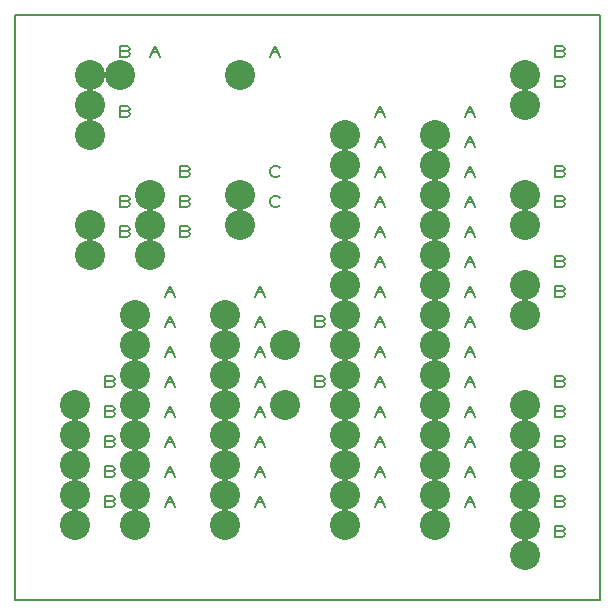
<source format=gbr>
%FSLAX35Y35*%
%MOIN*%
G04 EasyPC Gerber Version 18.0.8 Build 3632 *
%ADD11C,0.00500*%
%ADD20C,0.10000*%
X0Y0D02*
D02*
D11*
X250Y250D02*
X195171D01*
Y195171*
X250*
Y250*
X32359Y32984D02*
X32984Y32671D01*
X33296Y32046*
X32984Y31421*
X32359Y31109*
X30171*
Y34859*
X32359*
X32984Y34546*
X33296Y33921*
X32984Y33296*
X32359Y32984*
X30171*
X32359Y42984D02*
X32984Y42671D01*
X33296Y42046*
X32984Y41421*
X32359Y41109*
X30171*
Y44859*
X32359*
X32984Y44546*
X33296Y43921*
X32984Y43296*
X32359Y42984*
X30171*
X32359Y52984D02*
X32984Y52671D01*
X33296Y52046*
X32984Y51421*
X32359Y51109*
X30171*
Y54859*
X32359*
X32984Y54546*
X33296Y53921*
X32984Y53296*
X32359Y52984*
X30171*
X32359Y62984D02*
X32984Y62671D01*
X33296Y62046*
X32984Y61421*
X32359Y61109*
X30171*
Y64859*
X32359*
X32984Y64546*
X33296Y63921*
X32984Y63296*
X32359Y62984*
X30171*
X32359Y72984D02*
X32984Y72671D01*
X33296Y72046*
X32984Y71421*
X32359Y71109*
X30171*
Y74859*
X32359*
X32984Y74546*
X33296Y73921*
X32984Y73296*
X32359Y72984*
X30171*
X37359Y122984D02*
X37984Y122671D01*
X38296Y122046*
X37984Y121421*
X37359Y121109*
X35171*
Y124859*
X37359*
X37984Y124546*
X38296Y123921*
X37984Y123296*
X37359Y122984*
X35171*
X37359Y132984D02*
X37984Y132671D01*
X38296Y132046*
X37984Y131421*
X37359Y131109*
X35171*
Y134859*
X37359*
X37984Y134546*
X38296Y133921*
X37984Y133296*
X37359Y132984*
X35171*
X37359Y162984D02*
X37984Y162671D01*
X38296Y162046*
X37984Y161421*
X37359Y161109*
X35171*
Y164859*
X37359*
X37984Y164546*
X38296Y163921*
X37984Y163296*
X37359Y162984*
X35171*
X37359Y172984D02*
X37984Y172671D01*
X38296Y172046*
X37984Y171421*
X37359Y171109*
X35171*
Y174859*
X37359*
X37984Y174546*
X38296Y173921*
X37984Y173296*
X37359Y172984*
X35171*
X37359Y182984D02*
X37984Y182671D01*
X38296Y182046*
X37984Y181421*
X37359Y181109*
X35171*
Y184859*
X37359*
X37984Y184546*
X38296Y183921*
X37984Y183296*
X37359Y182984*
X35171*
X45171Y181109D02*
X46734Y184859D01*
X48296Y181109*
X45796Y182671D02*
X47671D01*
X50171Y31109D02*
X51734Y34859D01*
X53296Y31109*
X50796Y32671D02*
X52671D01*
X50171Y41109D02*
X51734Y44859D01*
X53296Y41109*
X50796Y42671D02*
X52671D01*
X50171Y51109D02*
X51734Y54859D01*
X53296Y51109*
X50796Y52671D02*
X52671D01*
X50171Y61109D02*
X51734Y64859D01*
X53296Y61109*
X50796Y62671D02*
X52671D01*
X50171Y71109D02*
X51734Y74859D01*
X53296Y71109*
X50796Y72671D02*
X52671D01*
X50171Y81109D02*
X51734Y84859D01*
X53296Y81109*
X50796Y82671D02*
X52671D01*
X50171Y91109D02*
X51734Y94859D01*
X53296Y91109*
X50796Y92671D02*
X52671D01*
X50171Y101109D02*
X51734Y104859D01*
X53296Y101109*
X50796Y102671D02*
X52671D01*
X57359Y122984D02*
X57984Y122671D01*
X58296Y122046*
X57984Y121421*
X57359Y121109*
X55171*
Y124859*
X57359*
X57984Y124546*
X58296Y123921*
X57984Y123296*
X57359Y122984*
X55171*
X57359Y132984D02*
X57984Y132671D01*
X58296Y132046*
X57984Y131421*
X57359Y131109*
X55171*
Y134859*
X57359*
X57984Y134546*
X58296Y133921*
X57984Y133296*
X57359Y132984*
X55171*
X57359Y142984D02*
X57984Y142671D01*
X58296Y142046*
X57984Y141421*
X57359Y141109*
X55171*
Y144859*
X57359*
X57984Y144546*
X58296Y143921*
X57984Y143296*
X57359Y142984*
X55171*
X80171Y31109D02*
X81734Y34859D01*
X83296Y31109*
X80796Y32671D02*
X82671D01*
X80171Y41109D02*
X81734Y44859D01*
X83296Y41109*
X80796Y42671D02*
X82671D01*
X80171Y51109D02*
X81734Y54859D01*
X83296Y51109*
X80796Y52671D02*
X82671D01*
X80171Y61109D02*
X81734Y64859D01*
X83296Y61109*
X80796Y62671D02*
X82671D01*
X80171Y71109D02*
X81734Y74859D01*
X83296Y71109*
X80796Y72671D02*
X82671D01*
X80171Y81109D02*
X81734Y84859D01*
X83296Y81109*
X80796Y82671D02*
X82671D01*
X80171Y91109D02*
X81734Y94859D01*
X83296Y91109*
X80796Y92671D02*
X82671D01*
X80171Y101109D02*
X81734Y104859D01*
X83296Y101109*
X80796Y102671D02*
X82671D01*
X88296Y131734D02*
X87984Y131421D01*
X87359Y131109*
X86421*
X85796Y131421*
X85484Y131734*
X85171Y132359*
Y133609*
X85484Y134234*
X85796Y134546*
X86421Y134859*
X87359*
X87984Y134546*
X88296Y134234*
Y141734D02*
X87984Y141421D01*
X87359Y141109*
X86421*
X85796Y141421*
X85484Y141734*
X85171Y142359*
Y143609*
X85484Y144234*
X85796Y144546*
X86421Y144859*
X87359*
X87984Y144546*
X88296Y144234*
X85171Y181109D02*
X86734Y184859D01*
X88296Y181109*
X85796Y182671D02*
X87671D01*
X102359Y72984D02*
X102984Y72671D01*
X103296Y72046*
X102984Y71421*
X102359Y71109*
X100171*
Y74859*
X102359*
X102984Y74546*
X103296Y73921*
X102984Y73296*
X102359Y72984*
X100171*
X102359Y92984D02*
X102984Y92671D01*
X103296Y92046*
X102984Y91421*
X102359Y91109*
X100171*
Y94859*
X102359*
X102984Y94546*
X103296Y93921*
X102984Y93296*
X102359Y92984*
X100171*
X120171Y31109D02*
X121734Y34859D01*
X123296Y31109*
X120796Y32671D02*
X122671D01*
X120171Y41109D02*
X121734Y44859D01*
X123296Y41109*
X120796Y42671D02*
X122671D01*
X120171Y51109D02*
X121734Y54859D01*
X123296Y51109*
X120796Y52671D02*
X122671D01*
X120171Y61109D02*
X121734Y64859D01*
X123296Y61109*
X120796Y62671D02*
X122671D01*
X120171Y71109D02*
X121734Y74859D01*
X123296Y71109*
X120796Y72671D02*
X122671D01*
X120171Y81109D02*
X121734Y84859D01*
X123296Y81109*
X120796Y82671D02*
X122671D01*
X120171Y91109D02*
X121734Y94859D01*
X123296Y91109*
X120796Y92671D02*
X122671D01*
X120171Y101109D02*
X121734Y104859D01*
X123296Y101109*
X120796Y102671D02*
X122671D01*
X120171Y111109D02*
X121734Y114859D01*
X123296Y111109*
X120796Y112671D02*
X122671D01*
X120171Y121109D02*
X121734Y124859D01*
X123296Y121109*
X120796Y122671D02*
X122671D01*
X120171Y131109D02*
X121734Y134859D01*
X123296Y131109*
X120796Y132671D02*
X122671D01*
X120171Y141109D02*
X121734Y144859D01*
X123296Y141109*
X120796Y142671D02*
X122671D01*
X120171Y151109D02*
X121734Y154859D01*
X123296Y151109*
X120796Y152671D02*
X122671D01*
X120171Y161109D02*
X121734Y164859D01*
X123296Y161109*
X120796Y162671D02*
X122671D01*
X150171Y31109D02*
X151734Y34859D01*
X153296Y31109*
X150796Y32671D02*
X152671D01*
X150171Y41109D02*
X151734Y44859D01*
X153296Y41109*
X150796Y42671D02*
X152671D01*
X150171Y51109D02*
X151734Y54859D01*
X153296Y51109*
X150796Y52671D02*
X152671D01*
X150171Y61109D02*
X151734Y64859D01*
X153296Y61109*
X150796Y62671D02*
X152671D01*
X150171Y71109D02*
X151734Y74859D01*
X153296Y71109*
X150796Y72671D02*
X152671D01*
X150171Y81109D02*
X151734Y84859D01*
X153296Y81109*
X150796Y82671D02*
X152671D01*
X150171Y91109D02*
X151734Y94859D01*
X153296Y91109*
X150796Y92671D02*
X152671D01*
X150171Y101109D02*
X151734Y104859D01*
X153296Y101109*
X150796Y102671D02*
X152671D01*
X150171Y111109D02*
X151734Y114859D01*
X153296Y111109*
X150796Y112671D02*
X152671D01*
X150171Y121109D02*
X151734Y124859D01*
X153296Y121109*
X150796Y122671D02*
X152671D01*
X150171Y131109D02*
X151734Y134859D01*
X153296Y131109*
X150796Y132671D02*
X152671D01*
X150171Y141109D02*
X151734Y144859D01*
X153296Y141109*
X150796Y142671D02*
X152671D01*
X150171Y151109D02*
X151734Y154859D01*
X153296Y151109*
X150796Y152671D02*
X152671D01*
X150171Y161109D02*
X151734Y164859D01*
X153296Y161109*
X150796Y162671D02*
X152671D01*
X182359Y22984D02*
X182984Y22671D01*
X183296Y22046*
X182984Y21421*
X182359Y21109*
X180171*
Y24859*
X182359*
X182984Y24546*
X183296Y23921*
X182984Y23296*
X182359Y22984*
X180171*
X182359Y32984D02*
X182984Y32671D01*
X183296Y32046*
X182984Y31421*
X182359Y31109*
X180171*
Y34859*
X182359*
X182984Y34546*
X183296Y33921*
X182984Y33296*
X182359Y32984*
X180171*
X182359Y42984D02*
X182984Y42671D01*
X183296Y42046*
X182984Y41421*
X182359Y41109*
X180171*
Y44859*
X182359*
X182984Y44546*
X183296Y43921*
X182984Y43296*
X182359Y42984*
X180171*
X182359Y52984D02*
X182984Y52671D01*
X183296Y52046*
X182984Y51421*
X182359Y51109*
X180171*
Y54859*
X182359*
X182984Y54546*
X183296Y53921*
X182984Y53296*
X182359Y52984*
X180171*
X182359Y62984D02*
X182984Y62671D01*
X183296Y62046*
X182984Y61421*
X182359Y61109*
X180171*
Y64859*
X182359*
X182984Y64546*
X183296Y63921*
X182984Y63296*
X182359Y62984*
X180171*
X182359Y72984D02*
X182984Y72671D01*
X183296Y72046*
X182984Y71421*
X182359Y71109*
X180171*
Y74859*
X182359*
X182984Y74546*
X183296Y73921*
X182984Y73296*
X182359Y72984*
X180171*
X182359Y102984D02*
X182984Y102671D01*
X183296Y102046*
X182984Y101421*
X182359Y101109*
X180171*
Y104859*
X182359*
X182984Y104546*
X183296Y103921*
X182984Y103296*
X182359Y102984*
X180171*
X182359Y112984D02*
X182984Y112671D01*
X183296Y112046*
X182984Y111421*
X182359Y111109*
X180171*
Y114859*
X182359*
X182984Y114546*
X183296Y113921*
X182984Y113296*
X182359Y112984*
X180171*
X182359Y132984D02*
X182984Y132671D01*
X183296Y132046*
X182984Y131421*
X182359Y131109*
X180171*
Y134859*
X182359*
X182984Y134546*
X183296Y133921*
X182984Y133296*
X182359Y132984*
X180171*
X182359Y142984D02*
X182984Y142671D01*
X183296Y142046*
X182984Y141421*
X182359Y141109*
X180171*
Y144859*
X182359*
X182984Y144546*
X183296Y143921*
X182984Y143296*
X182359Y142984*
X180171*
X182359Y172984D02*
X182984Y172671D01*
X183296Y172046*
X182984Y171421*
X182359Y171109*
X180171*
Y174859*
X182359*
X182984Y174546*
X183296Y173921*
X182984Y173296*
X182359Y172984*
X180171*
X182359Y182984D02*
X182984Y182671D01*
X183296Y182046*
X182984Y181421*
X182359Y181109*
X180171*
Y184859*
X182359*
X182984Y184546*
X183296Y183921*
X182984Y183296*
X182359Y182984*
X180171*
D02*
D20*
X20171Y25171D03*
Y35171D03*
Y45171D03*
Y55171D03*
Y65171D03*
X25171Y115171D03*
Y125171D03*
Y155171D03*
Y165171D03*
Y175171D03*
X35171D03*
X40171Y25171D03*
Y35171D03*
Y45171D03*
Y55171D03*
Y65171D03*
Y75171D03*
Y85171D03*
Y95171D03*
X45171Y115171D03*
Y125171D03*
Y135171D03*
X70171Y25171D03*
Y35171D03*
Y45171D03*
Y55171D03*
Y65171D03*
Y75171D03*
Y85171D03*
Y95171D03*
X75171Y125171D03*
Y135171D03*
Y175171D03*
X90171Y65171D03*
Y85171D03*
X110171Y25171D03*
Y35171D03*
Y45171D03*
Y55171D03*
Y65171D03*
Y75171D03*
Y85171D03*
Y95171D03*
Y105171D03*
Y115171D03*
Y125171D03*
Y135171D03*
Y145171D03*
Y155171D03*
X140171Y25171D03*
Y35171D03*
Y45171D03*
Y55171D03*
Y65171D03*
Y75171D03*
Y85171D03*
Y95171D03*
Y105171D03*
Y115171D03*
Y125171D03*
Y135171D03*
Y145171D03*
Y155171D03*
X170171Y15171D03*
Y25171D03*
Y35171D03*
Y45171D03*
Y55171D03*
Y65171D03*
Y95171D03*
Y105171D03*
Y125171D03*
Y135171D03*
Y165171D03*
Y175171D03*
X0Y0D02*
M02*

</source>
